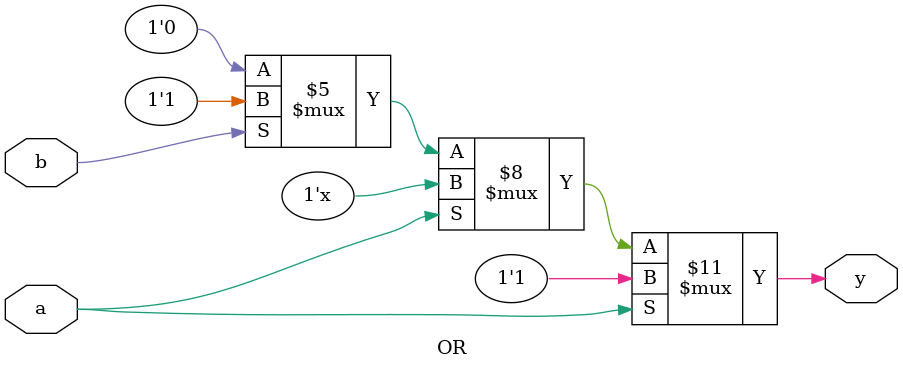
<source format=sv>
module OR(input logic a, b, output logic y);
    always_comb begin
        y = 0;
        if (a == 1)
            y = 1;
        else if (b == 1)
            y = 1;
    end
endmodule
</source>
